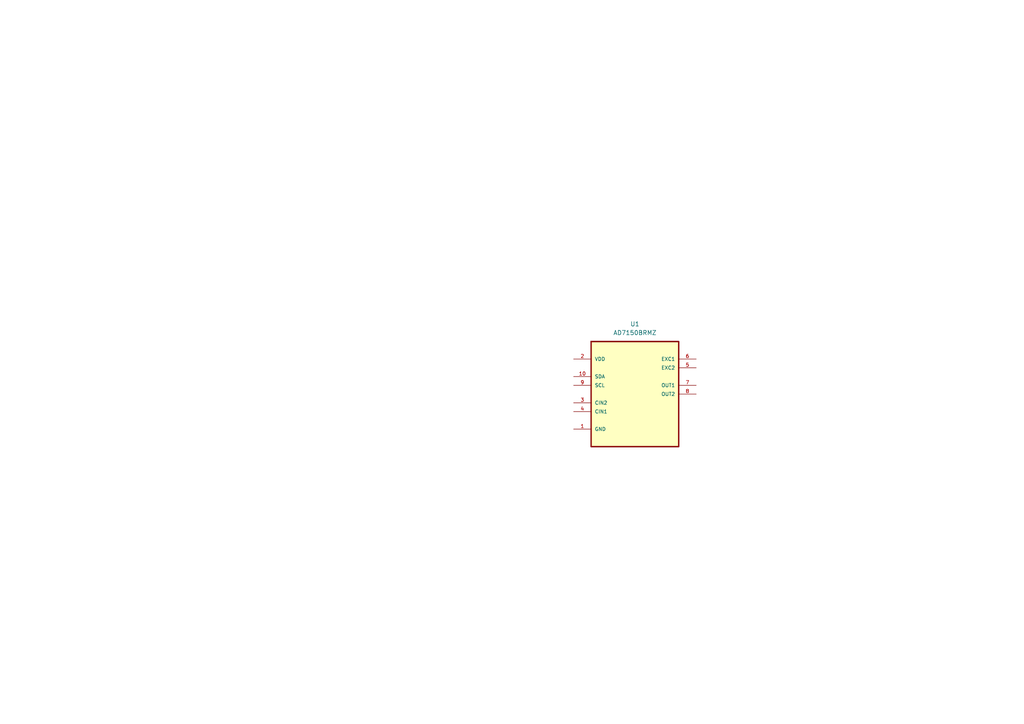
<source format=kicad_sch>
(kicad_sch (version 20230121) (generator eeschema)
  (paper "A4")
  (lib_symbols
    (symbol "AD7150BRMZ:AD7150BRMZ" (pin_names (offset 1.016))
      (property "Reference" "U" (at -5.4366 14.5315 0))
      (property "Value" "AD7150BRMZ" (at -7.6719 -20.7294 0))
      (symbol "AD7150BRMZ_0_0"
        (rectangle (start -12.7 -17.78) (end 12.7 12.7) (stroke (width 0.4064)) (fill (type background)))
        (pin passive line (at -17.78 -12.7 0) (length 5.08) (name "GND") (number "1"))
        (pin bidirectional line (at -17.78 2.54 0) (length 5.08) (name "SDA") (number "10"))
        (pin power_in line (at -17.78 7.62 0) (length 5.08) (name "VDD") (number "2"))
        (pin input line (at -17.78 -5.08 0) (length 5.08) (name "CIN2") (number "3"))
        (pin input line (at -17.78 -7.62 0) (length 5.08) (name "CIN1") (number "4"))
        (pin output line (at 17.78 5.08 180) (length 5.08) (name "EXC2") (number "5"))
        (pin output line (at 17.78 7.62 180) (length 5.08) (name "EXC1") (number "6"))
        (pin output line (at 17.78 0 180) (length 5.08) (name "OUT1") (number "7"))
        (pin output line (at 17.78 -2.54 180) (length 5.08) (name "OUT2") (number "8"))
        (pin input line (at -17.78 0 0) (length 5.08) (name "SCL") (number "9"))
      )
    )
  )
  (symbol (lib_id "AD7150BRMZ:AD7150BRMZ") (at 184.15 111.76 0) (unit 1)
    (property "Reference" "U1" (at 184.15 93.98 0))
    (property "Value" "AD7150BRMZ" (at 184.15 96.52 0))
    (property "Footprint" "AD7150BRMZ:SOP50P490X110-10N" (effects hide))
    (property "MF" "Analog Devices" (effects hide))
    (property "Description" "\nUltra-Low Power, 2-Channel, Capacitance Converter for Proximity Sensing\n" (effects hide))
    (property "PACKAGE" "MSOP-10" (effects hide))
    (property "MPN" "AD7150BRMZ" (effects hide))
    (property "Price" "None" (effects hide))
    (property "Package" "MSOP-10 Analog Devices" (effects hide))
    (property "OC_FARNELL" "1563482" (effects hide))
    (property "SnapEDA_Link" "https://www.snapeda.com/parts/AD7150BRMZ/Analog+Devices/view-part/?ref=snap" (effects hide))
    (property "MP" "AD7150BRMZ" (effects hide))
    (property "Purchase-URL" "https://www.snapeda.com/api/url_track_click_mouser/?unipart_id=9052&manufacturer=Analog Devices&part_name=AD7150BRMZ&search_term=None" (effects hide))
    (property "SUPPLIER" "Analog Devices" (effects hide))
    (property "OC_NEWARK" "64M7550" (effects hide))
    (property "Availability" "In Stock" (effects hide))
    (property "Check_prices" "https://www.snapeda.com/parts/AD7150BRMZ/Analog+Devices/view-part/?ref=eda" (effects hide))
  )
)
</source>
